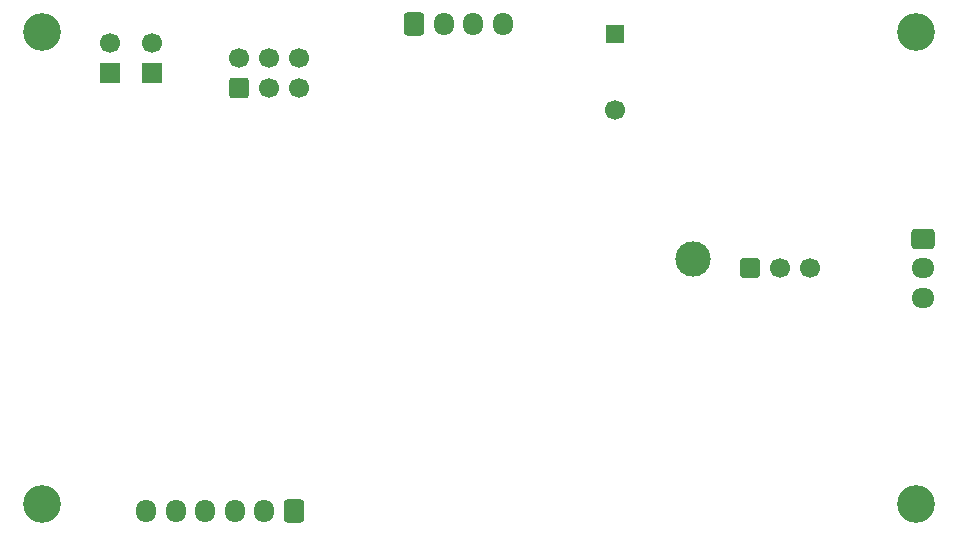
<source format=gbr>
%TF.GenerationSoftware,KiCad,Pcbnew,9.0.2*%
%TF.CreationDate,2025-06-17T18:05:03+02:00*%
%TF.ProjectId,Robobuoy-Top-v2_1,526f626f-6275-46f7-992d-546f702d7632,rev?*%
%TF.SameCoordinates,Original*%
%TF.FileFunction,Soldermask,Bot*%
%TF.FilePolarity,Negative*%
%FSLAX46Y46*%
G04 Gerber Fmt 4.6, Leading zero omitted, Abs format (unit mm)*
G04 Created by KiCad (PCBNEW 9.0.2) date 2025-06-17 18:05:03*
%MOMM*%
%LPD*%
G01*
G04 APERTURE LIST*
G04 Aperture macros list*
%AMRoundRect*
0 Rectangle with rounded corners*
0 $1 Rounding radius*
0 $2 $3 $4 $5 $6 $7 $8 $9 X,Y pos of 4 corners*
0 Add a 4 corners polygon primitive as box body*
4,1,4,$2,$3,$4,$5,$6,$7,$8,$9,$2,$3,0*
0 Add four circle primitives for the rounded corners*
1,1,$1+$1,$2,$3*
1,1,$1+$1,$4,$5*
1,1,$1+$1,$6,$7*
1,1,$1+$1,$8,$9*
0 Add four rect primitives between the rounded corners*
20,1,$1+$1,$2,$3,$4,$5,0*
20,1,$1+$1,$4,$5,$6,$7,0*
20,1,$1+$1,$6,$7,$8,$9,0*
20,1,$1+$1,$8,$9,$2,$3,0*%
G04 Aperture macros list end*
%ADD10RoundRect,0.250000X-0.600000X-0.725000X0.600000X-0.725000X0.600000X0.725000X-0.600000X0.725000X0*%
%ADD11O,1.700000X1.950000*%
%ADD12C,3.200000*%
%ADD13R,1.700000X1.700000*%
%ADD14C,1.700000*%
%ADD15RoundRect,0.250000X0.600000X-0.600000X0.600000X0.600000X-0.600000X0.600000X-0.600000X-0.600000X0*%
%ADD16RoundRect,0.250000X0.600000X0.725000X-0.600000X0.725000X-0.600000X-0.725000X0.600000X-0.725000X0*%
%ADD17RoundRect,0.206250X-0.618750X-0.618750X0.618750X-0.618750X0.618750X0.618750X-0.618750X0.618750X0*%
%ADD18RoundRect,0.250000X-0.725000X0.600000X-0.725000X-0.600000X0.725000X-0.600000X0.725000X0.600000X0*%
%ADD19O,1.950000X1.700000*%
%ADD20R,1.650000X1.650000*%
%ADD21C,3.000000*%
G04 APERTURE END LIST*
D10*
%TO.C,J103*%
X-2463800Y20650200D03*
D11*
X36200Y20650200D03*
X2536200Y20650200D03*
X5036200Y20650200D03*
%TD*%
D12*
%TO.C,H401*%
X40000000Y-20000000D03*
%TD*%
D13*
%TO.C,SW102*%
X-28194000Y16505000D03*
D14*
X-28194000Y19045000D03*
%TD*%
D12*
%TO.C,H404*%
X-34000000Y-20000000D03*
%TD*%
D15*
%TO.C,J101*%
X-17277000Y15249500D03*
D14*
X-17277000Y17789500D03*
X-14737000Y15249500D03*
X-14737000Y17789500D03*
X-12197000Y15249500D03*
X-12197000Y17789500D03*
%TD*%
D13*
%TO.C,SW101*%
X-24638000Y16510000D03*
D14*
X-24638000Y19050000D03*
%TD*%
D12*
%TO.C,H403*%
X-34000000Y20000000D03*
%TD*%
D16*
%TO.C,J102*%
X-12649200Y-20599400D03*
D11*
X-15149200Y-20599400D03*
X-17649200Y-20599400D03*
X-20149200Y-20599400D03*
X-22649200Y-20599400D03*
X-25149200Y-20599400D03*
%TD*%
D17*
%TO.C,SW201*%
X25960000Y0D03*
D14*
X28500000Y0D03*
X31040000Y0D03*
%TD*%
D18*
%TO.C,J201*%
X40640000Y2500000D03*
D19*
X40640000Y0D03*
X40640000Y-2500000D03*
%TD*%
D20*
%TO.C,BZ101*%
X14579600Y19861600D03*
D14*
X14579600Y13361600D03*
%TD*%
D21*
%TO.C,TP205*%
X21183600Y812800D03*
%TD*%
D12*
%TO.C,H402*%
X40000000Y20000000D03*
%TD*%
M02*

</source>
